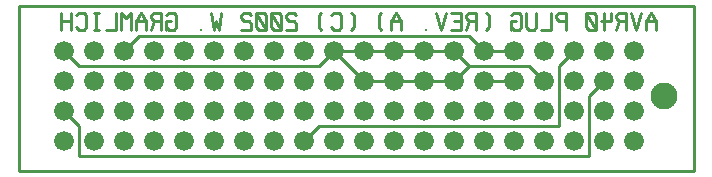
<source format=gbl>
%MOIN*%
%FSLAX25Y25*%
G04 D10 used for Character Trace; *
G04     Circle (OD=.01000) (No hole)*
G04 D11 used for Power Trace; *
G04     Circle (OD=.06700) (No hole)*
G04 D12 used for Signal Trace; *
G04     Circle (OD=.01100) (No hole)*
G04 D13 used for Via; *
G04     Circle (OD=.05800) (Round. Hole ID=.02800)*
G04 D14 used for Component hole; *
G04     Circle (OD=.06500) (Round. Hole ID=.03500)*
G04 D15 used for Component hole; *
G04     Circle (OD=.06600) (Round. Hole ID=.04200)*
G04 D16 used for Component hole; *
G04     Circle (OD=.08200) (Round. Hole ID=.05200)*
G04 D17 used for Component hole; *
G04     Circle (OD=.08950) (Round. Hole ID=.05950)*
G04 D18 used for Component hole; *
G04     Circle (OD=.11600) (Round. Hole ID=.08600)*
G04 D19 used for Component hole; *
G04     Circle (OD=.15500) (Round. Hole ID=.12500)*
G04 D20 used for Component hole; *
G04     Circle (OD=.18200) (Round. Hole ID=.15200)*
G04 D21 used for Component hole; *
G04     Circle (OD=.24300) (Round. Hole ID=.21300)*
%ADD10C,.01000*%
%ADD11C,.06700*%
%ADD12C,.01100*%
%ADD13C,.05800*%
%ADD14C,.06500*%
%ADD15C,.06600*%
%ADD16C,.08200*%
%ADD17C,.08950*%
%ADD18C,.11600*%
%ADD19C,.15500*%
%ADD20C,.18200*%
%ADD21C,.24300*%
%IPPOS*%
%LPD*%
G90*X0Y0D02*D15*X15000Y10000D03*Y20000D03*D12*    
X20000Y15000D01*Y5000D01*X190000D01*Y25000D01*    
X195000Y30000D01*D15*D03*X205000Y20000D03*        
Y40000D03*X185000D03*D12*X180000Y35000D01*        
Y15000D01*X100000D01*X95000Y10000D01*D15*D03*     
X105000Y20000D03*X85000D03*X105000Y10000D03*      
X95000Y20000D03*X85000Y10000D03*X115000Y30000D03* 
D12*X125000D01*D15*D03*D12*X135000D01*D15*D03*D12*
X145000D01*D15*D03*D12*X150000Y35000D01*          
X170000D01*X175000Y30000D01*D15*D03*              
X185000Y20000D03*X165000Y40000D03*D12*X155000D01* 
D15*D03*D12*X150000Y45000D01*X40000D01*           
X35000Y40000D01*D15*D03*X45000Y30000D03*X25000D03*
X45000Y40000D03*X25000D03*X35000Y30000D03*D12*    
X20000Y35000D02*X100000D01*X105000Y40000D01*D15*  
D03*D12*X115000Y30000D01*D15*X125000Y20000D03*    
Y40000D03*D12*X115000D01*D15*D03*D12*X105000D01*  
D15*X95000Y30000D03*Y40000D03*X105000Y30000D03*   
D12*X125000Y40000D02*X135000D01*D15*D03*D12*      
X145000D01*D15*D03*D12*X150000Y35000D01*D15*      
X155000Y30000D03*D12*X165000D01*D15*D03*          
X175000Y20000D03*Y40000D03*X155000Y20000D03*      
X165000D03*X185000Y10000D03*X145000D03*X155000D03*
X185000Y30000D03*X165000Y10000D03*                
X145000Y20000D03*X175000Y10000D03*X195000D03*     
Y20000D03*Y40000D03*X135000Y20000D03*Y10000D03*   
X205000D03*Y30000D03*X125000Y10000D03*D17*        
X215000Y25000D03*D15*X115000Y20000D03*Y10000D03*  
D12*X0Y0D02*X225000D01*X0D02*Y55000D01*X225000D01*
Y0D01*D15*X85000Y40000D03*Y30000D03*              
X75000Y40000D03*Y30000D03*Y20000D03*Y10000D03*    
X65000Y40000D03*Y30000D03*Y20000D03*Y10000D03*    
X55000Y40000D03*Y30000D03*Y20000D03*Y10000D03*    
X45000Y20000D03*Y10000D03*X35000Y20000D03*        
Y10000D03*X25000Y20000D03*Y10000D03*D12*          
X20000Y35000D02*X15000Y40000D01*D15*D03*D10*      
X212511Y47129D02*Y50000D01*X210837Y52871D01*      
X209163Y50000D01*Y47129D01*X212511Y50000D02*      
X209163D01*X207511Y52871D02*X205837Y47129D01*     
X204163Y52871D01*X202511Y47129D02*Y52871D01*      
X200000D01*X199163Y51914D01*Y50957D01*            
X200000Y50000D01*X202511D01*X200000D02*           
X199163Y47129D01*X195000Y52871D02*Y47129D01*      
X197511Y52871D02*Y50000D01*X194163D01*            
X189163Y48086D02*X190000Y47129D01*X191674D01*     
X192511Y48086D01*Y51914D01*X191674Y52871D01*      
X190000D01*X189163Y51914D01*Y48086D01*            
X192511Y47129D02*X189163Y52871D01*                
X182511Y47129D02*Y52871D01*X180000D01*            
X179163Y51914D01*Y50957D01*X180000Y50000D01*      
X182511D01*X177511Y52871D02*Y47129D01*X174163D01* 
X169163Y52871D02*Y48086D01*X170000Y47129D01*      
X171674D01*X172511Y48086D01*Y52871D01*            
X164163Y48086D02*X165000Y47129D01*X166674D01*     
X167511Y48086D01*Y51914D01*X166674Y52871D01*      
X165000D01*X164163Y51914D01*X165837Y50000D02*     
X164163D01*Y47129D01*X155837Y52871D02*            
X156674Y51914D01*Y48086D01*X155837Y47129D01*      
X152511D02*Y52871D01*X150000D01*X149163Y51914D01* 
Y50957D01*X150000Y50000D01*X152511D01*X150000D02* 
X149163Y47129D01*X144163D02*X147511D01*Y52871D01* 
X144163D01*X147511Y50000D02*X145000D01*           
X142511Y52871D02*X140837Y47129D01*                
X139163Y52871D01*X135837Y47129D03*X127511D02*     
Y50000D01*X125837Y52871D01*X124163Y50000D01*      
Y47129D01*X127511Y50000D02*X124163D01*            
X120837Y52871D02*X120000Y51914D01*Y48086D01*      
X120837Y47129D01*X110837Y52871D02*                
X111674Y51914D01*Y48086D01*X110837Y47129D01*      
X104163Y48086D02*X105000Y47129D01*X106674D01*     
X107511Y48086D01*Y51914D01*X106674Y52871D01*      
X105000D01*X104163Y51914D01*X100837Y52871D02*     
X100000Y51914D01*Y48086D01*X100837Y47129D01*      
X92511Y51914D02*X91674Y52871D01*X90000D01*        
X89163Y51914D01*Y50957D01*X90000Y50000D01*        
X91674D01*X92511Y49043D01*Y47129D01*X89163D01*    
X84163Y48086D02*X85000Y47129D01*X86674D01*        
X87511Y48086D01*Y51914D01*X86674Y52871D01*        
X85000D01*X84163Y51914D01*Y48086D01*              
X87511Y47129D02*X84163Y52871D01*X79163Y48086D02*  
X80000Y47129D01*X81674D01*X82511Y48086D01*        
Y51914D01*X81674Y52871D01*X80000D01*              
X79163Y51914D01*Y48086D01*X82511Y47129D02*        
X79163Y52871D01*X77511Y51914D02*X76674Y52871D01*  
X75000D01*X74163Y51914D01*Y50957D01*              
X75000Y50000D01*X76674D01*X77511Y49043D01*        
Y47129D01*X74163D01*X67511Y52871D02*              
X66674Y47129D01*X65837Y50000D01*X65000Y47129D01*  
X64163Y52871D01*X60837Y47129D03*X49163Y48086D02*  
X50000Y47129D01*X51674D01*X52511Y48086D01*        
Y51914D01*X51674Y52871D01*X50000D01*              
X49163Y51914D01*X50837Y50000D02*X49163D01*        
Y47129D01*X47511D02*Y52871D01*X45000D01*          
X44163Y51914D01*Y50957D01*X45000Y50000D01*        
X47511D01*X45000D02*X44163Y47129D01*X42511D02*    
Y50000D01*X40837Y52871D01*X39163Y50000D01*        
Y47129D01*X42511Y50000D02*X39163D01*              
X37511Y47129D02*Y52871D01*X35837Y50957D01*        
X34163Y52871D01*Y47129D01*X32511Y52871D02*        
Y47129D01*X29163D01*X25837D02*Y52871D01*          
X26674Y47129D02*X25000D01*X26674Y52871D02*        
X25000D01*X19163Y48086D02*X20000Y47129D01*        
X21674D01*X22511Y48086D01*Y51914D01*              
X21674Y52871D01*X20000D01*X19163Y51914D01*        
X17511Y47129D02*Y52871D01*X14163Y47129D02*        
Y52871D01*X17511Y50000D02*X14163D01*D15*          
X15000Y30000D03*M02*                              

</source>
